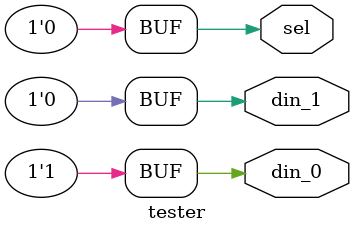
<source format=v>
module tester(sel,din_0,din_1);
  output sel,din_0,din_1;
  reg din_0,din_1;
  reg sel;

initial
  begin
    din_0 <= 0;
    din_1 <= 1;

  $display("Prueba 1, Sel = 0");
      sel<=0;
      #40;

  $display("Prueba 2, Sel = 1");
      sel<=1;
      #40;

  $display("Prueba 3, Sel = 1");
      din_1 <= 0;
      #40;

  $display("Prueba 4, Sel = 0");
      din_0 <=1;
      sel<=0;
      #40;

  end
endmodule

</source>
